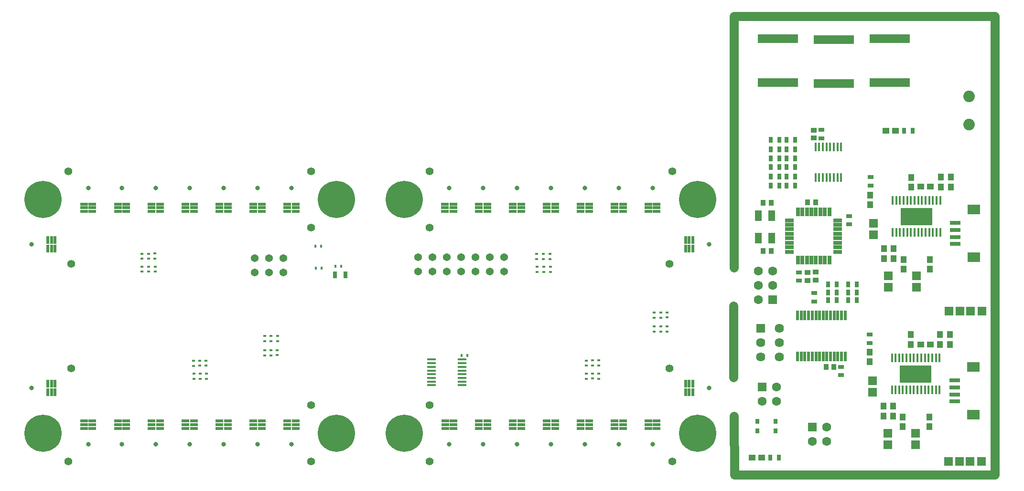
<source format=gts>
G04*
G04 #@! TF.GenerationSoftware,Altium Limited,Altium Designer,18.1.9 (240)*
G04*
G04 Layer_Color=8388736*
%FSLAX44Y44*%
%MOMM*%
G71*
G01*
G75*
%ADD40R,0.4500X0.6000*%
%ADD42R,0.6000X0.4000*%
%ADD43R,0.8000X1.3000*%
%ADD46C,1.6000*%
%ADD81R,0.9016X1.0016*%
%ADD82R,2.3016X1.7016*%
%ADD83R,1.9016X0.8016*%
%ADD84R,1.6016X0.6516*%
%ADD85R,0.6516X1.6016*%
%ADD86R,1.6256X1.6256*%
%ADD87R,0.8016X1.0016*%
%ADD88R,7.1016X1.6016*%
%ADD89R,0.4516X1.5016*%
%ADD90R,1.0016X0.8016*%
%ADD91R,1.1016X1.2016*%
%ADD92R,1.6016X1.5016*%
%ADD93R,1.2016X1.1016*%
%ADD94R,5.6134X3.0988*%
%ADD95R,0.4572X1.5240*%
%ADD96R,1.0016X0.9016*%
%ADD97R,0.8016X0.8516*%
%ADD98R,1.3016X1.9016*%
%ADD99R,0.5334X1.7526*%
%ADD100R,1.5016X0.4516*%
%ADD101R,0.5532X1.4032*%
%ADD102R,1.4032X0.5532*%
%ADD103R,1.6016X1.6016*%
%ADD104C,1.6016*%
%ADD105C,1.6256*%
%ADD106R,1.6256X1.6256*%
%ADD107C,2.0516*%
%ADD108C,0.8016*%
%ADD109C,1.3716*%
%ADD110C,1.4016*%
%ADD111C,6.6016*%
D40*
X801997Y652999D02*
D03*
X791997D02*
D03*
X827504Y618001D02*
D03*
X837504D02*
D03*
X1051003Y459377D02*
D03*
X1061003D02*
D03*
X792497Y613999D02*
D03*
X802497D02*
D03*
D42*
X1414976Y535848D02*
D03*
Y526847D02*
D03*
X1403476Y535593D02*
D03*
Y526593D02*
D03*
X1391976Y535593D02*
D03*
Y526593D02*
D03*
X1414477Y510848D02*
D03*
Y501847D02*
D03*
X1403476Y510593D02*
D03*
Y501593D02*
D03*
X1391976Y510593D02*
D03*
Y501593D02*
D03*
X1293475Y450497D02*
D03*
Y441497D02*
D03*
X1207746Y607528D02*
D03*
Y616528D02*
D03*
X597730Y450261D02*
D03*
Y441260D02*
D03*
X507751Y607998D02*
D03*
Y616998D02*
D03*
X1282493Y450500D02*
D03*
Y441500D02*
D03*
X1196247Y607528D02*
D03*
Y616528D02*
D03*
X586748Y450263D02*
D03*
Y441263D02*
D03*
X496252Y607998D02*
D03*
Y616998D02*
D03*
X1271494Y450250D02*
D03*
Y441250D02*
D03*
X1184499Y607528D02*
D03*
Y616528D02*
D03*
X575749Y450013D02*
D03*
Y441013D02*
D03*
X484504Y607998D02*
D03*
Y616998D02*
D03*
X1293976Y427248D02*
D03*
Y418247D02*
D03*
X1207245Y630778D02*
D03*
Y639778D02*
D03*
X598231Y427010D02*
D03*
Y418010D02*
D03*
X507250Y631248D02*
D03*
Y640248D02*
D03*
X1282994Y427475D02*
D03*
Y418475D02*
D03*
X1195745Y630553D02*
D03*
Y639553D02*
D03*
X587249Y427238D02*
D03*
Y418238D02*
D03*
X495750Y631023D02*
D03*
Y640023D02*
D03*
X1271995Y427250D02*
D03*
Y418250D02*
D03*
X1183997Y630528D02*
D03*
Y639528D02*
D03*
X576250Y427013D02*
D03*
Y418013D02*
D03*
X484002Y630998D02*
D03*
Y639998D02*
D03*
X701456Y459756D02*
D03*
Y468756D02*
D03*
X712956Y459756D02*
D03*
Y468756D02*
D03*
X723956Y460010D02*
D03*
Y469010D02*
D03*
X701455Y484756D02*
D03*
Y493756D02*
D03*
X712955Y484756D02*
D03*
Y493756D02*
D03*
X724455Y485010D02*
D03*
Y494010D02*
D03*
D43*
X845004Y602501D02*
D03*
X826004D02*
D03*
D46*
X1532380Y420370D02*
Y547370D01*
X1995930Y247650D02*
X1534446D01*
X1533176Y351978D01*
X1532896Y615437D02*
X1533650Y1061720D01*
X1995930Y247650D02*
Y1061720D01*
X1533650Y1061720D02*
X1995930Y1061720D01*
D81*
X1677810Y731520D02*
D03*
X1663810D02*
D03*
X1585070Y645160D02*
D03*
X1599070D02*
D03*
Y730250D02*
D03*
X1585070D02*
D03*
X1696283Y439090D02*
D03*
X1710282D02*
D03*
D82*
X1958572Y718090D02*
D03*
Y633590D02*
D03*
X1957302Y438690D02*
D03*
Y354190D02*
D03*
D83*
X1925572Y669590D02*
D03*
Y657090D02*
D03*
Y682090D02*
D03*
Y694590D02*
D03*
X1924302Y390190D02*
D03*
Y377690D02*
D03*
Y402690D02*
D03*
Y415190D02*
D03*
D84*
X1717390Y699335D02*
D03*
Y691335D02*
D03*
Y683335D02*
D03*
Y675335D02*
D03*
Y667335D02*
D03*
Y659335D02*
D03*
Y651335D02*
D03*
Y643335D02*
D03*
X1631390D02*
D03*
Y651335D02*
D03*
Y659335D02*
D03*
Y667335D02*
D03*
Y675335D02*
D03*
Y683335D02*
D03*
Y691335D02*
D03*
Y699335D02*
D03*
D85*
X1702390Y628335D02*
D03*
X1694390D02*
D03*
X1686390D02*
D03*
X1678390D02*
D03*
X1670390D02*
D03*
X1662390D02*
D03*
X1654390D02*
D03*
X1646390D02*
D03*
Y714335D02*
D03*
X1654390D02*
D03*
X1662390D02*
D03*
X1670390D02*
D03*
X1678390D02*
D03*
X1686390D02*
D03*
X1694390D02*
D03*
X1702390D02*
D03*
D86*
X1914650Y538480D02*
D03*
X1913714Y271780D02*
D03*
X1933700Y538480D02*
D03*
X1952750D02*
D03*
X1973070D02*
D03*
X1972134Y271780D02*
D03*
X1951814D02*
D03*
X1932764D02*
D03*
D87*
X1613660Y842010D02*
D03*
X1598660D02*
D03*
X1613661Y825352D02*
D03*
X1598661D02*
D03*
X1613540Y808990D02*
D03*
X1598540D02*
D03*
X1626600Y842010D02*
D03*
X1641600D02*
D03*
X1626601Y825352D02*
D03*
X1641601D02*
D03*
X1626600Y808990D02*
D03*
X1641600D02*
D03*
X1613660Y777240D02*
D03*
X1598660D02*
D03*
X1613661Y793902D02*
D03*
X1598661D02*
D03*
X1598660Y760730D02*
D03*
X1613660D02*
D03*
X1626600Y777240D02*
D03*
X1641600D02*
D03*
X1715140Y557530D02*
D03*
X1700140D02*
D03*
X1735700Y557530D02*
D03*
X1750700D02*
D03*
X1736011Y571500D02*
D03*
X1751011D02*
D03*
X1735700Y585470D02*
D03*
X1750700D02*
D03*
X1626600Y760730D02*
D03*
X1641600D02*
D03*
X1597448Y278130D02*
D03*
X1612448D02*
D03*
X1626600Y793750D02*
D03*
X1641600D02*
D03*
X1715140Y585470D02*
D03*
X1700140D02*
D03*
X1715140Y571500D02*
D03*
X1700140D02*
D03*
X1850094Y858444D02*
D03*
X1835094D02*
D03*
D88*
X1611030Y943270D02*
D03*
Y1021270D02*
D03*
X1809150Y943270D02*
D03*
Y1021270D02*
D03*
X1710090Y942000D02*
D03*
Y1020000D02*
D03*
D89*
X1723283Y829190D02*
D03*
X1716783D02*
D03*
X1710282D02*
D03*
X1703783D02*
D03*
X1697283D02*
D03*
X1690782D02*
D03*
X1684283D02*
D03*
X1677782D02*
D03*
X1723283Y775190D02*
D03*
X1716783D02*
D03*
X1710282D02*
D03*
X1703783D02*
D03*
X1697283D02*
D03*
X1690782D02*
D03*
X1684283D02*
D03*
X1677782D02*
D03*
D90*
X1736895Y691762D02*
D03*
Y706762D02*
D03*
X1688590Y844670D02*
D03*
Y859670D02*
D03*
X1775284Y760850D02*
D03*
Y775850D02*
D03*
X1774014Y481450D02*
D03*
Y496450D02*
D03*
X1675890Y570110D02*
D03*
Y555110D02*
D03*
X1647995Y607082D02*
D03*
Y592082D02*
D03*
X1723283Y424300D02*
D03*
Y439300D02*
D03*
D91*
X1833824Y629920D02*
D03*
Y612920D02*
D03*
X1899744Y758580D02*
D03*
Y775580D02*
D03*
X1880694Y629920D02*
D03*
Y612920D02*
D03*
X1799414Y631580D02*
D03*
Y648580D02*
D03*
X1816124Y631580D02*
D03*
Y648580D02*
D03*
X1847674Y775190D02*
D03*
Y758190D02*
D03*
X1917524Y775580D02*
D03*
Y758580D02*
D03*
X1774950Y743873D02*
D03*
Y726872D02*
D03*
X1773680Y465446D02*
D03*
Y448446D02*
D03*
X1916254Y496180D02*
D03*
Y479180D02*
D03*
X1846850Y496180D02*
D03*
Y479180D02*
D03*
X1832554Y333520D02*
D03*
Y350520D02*
D03*
X1798144Y369180D02*
D03*
Y352180D02*
D03*
X1814854Y369180D02*
D03*
Y352180D02*
D03*
X1898561Y496180D02*
D03*
Y479180D02*
D03*
X1879424Y333520D02*
D03*
Y350520D02*
D03*
D92*
X1780364Y673647D02*
D03*
Y693647D02*
D03*
X1807034Y580550D02*
D03*
Y600550D02*
D03*
X1856564Y580550D02*
D03*
Y600550D02*
D03*
X1779094Y414247D02*
D03*
Y394247D02*
D03*
X1805764Y321150D02*
D03*
Y301150D02*
D03*
X1855294Y321150D02*
D03*
Y301150D02*
D03*
D93*
X1864320Y759460D02*
D03*
X1881320D02*
D03*
X1864451Y479187D02*
D03*
X1881451D02*
D03*
X1582790Y278130D02*
D03*
X1565790D02*
D03*
X1802344Y858520D02*
D03*
X1819344D02*
D03*
D94*
X1856564Y706120D02*
D03*
X1855294Y426720D02*
D03*
D95*
X1814400Y734568D02*
D03*
X1820750D02*
D03*
X1827354D02*
D03*
X1833704D02*
D03*
X1840308D02*
D03*
X1846912D02*
D03*
X1853262D02*
D03*
X1859866D02*
D03*
X1866216D02*
D03*
X1872820D02*
D03*
X1879424D02*
D03*
X1885774D02*
D03*
X1892378D02*
D03*
X1898728D02*
D03*
Y677672D02*
D03*
X1892378D02*
D03*
X1885774D02*
D03*
X1879424D02*
D03*
X1872820D02*
D03*
X1866216D02*
D03*
X1859866D02*
D03*
X1853262D02*
D03*
X1846912D02*
D03*
X1840308D02*
D03*
X1833704D02*
D03*
X1827354D02*
D03*
X1820750D02*
D03*
X1814400D02*
D03*
X1813130Y398272D02*
D03*
X1819480D02*
D03*
X1826084D02*
D03*
X1832434D02*
D03*
X1839038D02*
D03*
X1845642D02*
D03*
X1851992D02*
D03*
X1858596D02*
D03*
X1864946D02*
D03*
X1871550D02*
D03*
X1878154D02*
D03*
X1884504D02*
D03*
X1891108D02*
D03*
X1897458D02*
D03*
Y455168D02*
D03*
X1891108D02*
D03*
X1884504D02*
D03*
X1878154D02*
D03*
X1871550D02*
D03*
X1864946D02*
D03*
X1858596D02*
D03*
X1851992D02*
D03*
X1845642D02*
D03*
X1839038D02*
D03*
X1832434D02*
D03*
X1826084D02*
D03*
X1819480D02*
D03*
X1813130D02*
D03*
D96*
X1663235Y592582D02*
D03*
Y606582D02*
D03*
X1678390Y607202D02*
D03*
Y593202D02*
D03*
X1674620Y845170D02*
D03*
Y859170D02*
D03*
D97*
X1574800Y325760D02*
D03*
X1606800D02*
D03*
Y342260D02*
D03*
X1574800D02*
D03*
D98*
X1576305Y707832D02*
D03*
Y667832D02*
D03*
X1600305D02*
D03*
Y707832D02*
D03*
D99*
X1645975Y530352D02*
D03*
X1652325D02*
D03*
X1658929D02*
D03*
X1665279D02*
D03*
X1671883D02*
D03*
X1678487D02*
D03*
X1684837D02*
D03*
X1691441D02*
D03*
X1697791D02*
D03*
X1704395D02*
D03*
X1710999D02*
D03*
X1717349D02*
D03*
X1723953D02*
D03*
X1730303D02*
D03*
Y457708D02*
D03*
X1723953D02*
D03*
X1717349D02*
D03*
X1710999D02*
D03*
X1704395D02*
D03*
X1697791D02*
D03*
X1691441D02*
D03*
X1684837D02*
D03*
X1678487D02*
D03*
X1671883D02*
D03*
X1665279D02*
D03*
X1658929D02*
D03*
X1652325D02*
D03*
X1645975D02*
D03*
D100*
X1051468Y406660D02*
D03*
Y413160D02*
D03*
Y419660D02*
D03*
Y426160D02*
D03*
Y432660D02*
D03*
Y439160D02*
D03*
Y445660D02*
D03*
Y452160D02*
D03*
X997468Y406660D02*
D03*
Y413160D02*
D03*
Y419660D02*
D03*
Y426160D02*
D03*
Y432660D02*
D03*
Y439160D02*
D03*
Y445660D02*
D03*
Y452160D02*
D03*
D101*
X330500Y664000D02*
D03*
X324000D02*
D03*
X317500D02*
D03*
X330500Y649000D02*
D03*
X324000D02*
D03*
X317500D02*
D03*
X1460500Y409000D02*
D03*
X1454000D02*
D03*
X1447500D02*
D03*
X1460500Y394000D02*
D03*
X1454000D02*
D03*
X1447500D02*
D03*
X317500Y394000D02*
D03*
X324000D02*
D03*
X330500D02*
D03*
X317500Y409000D02*
D03*
X324000D02*
D03*
X330500D02*
D03*
X1447497Y648993D02*
D03*
X1453997D02*
D03*
X1460497D02*
D03*
X1447497Y663993D02*
D03*
X1453997D02*
D03*
X1460497D02*
D03*
D102*
X756500Y330003D02*
D03*
Y336503D02*
D03*
Y343003D02*
D03*
X741500Y330003D02*
D03*
Y336503D02*
D03*
Y343003D02*
D03*
X1036420Y714997D02*
D03*
Y721497D02*
D03*
Y727997D02*
D03*
X1021420Y714997D02*
D03*
Y721497D02*
D03*
Y727997D02*
D03*
X396500Y715000D02*
D03*
Y721500D02*
D03*
Y728000D02*
D03*
X381500Y715000D02*
D03*
Y721500D02*
D03*
Y728000D02*
D03*
X696500Y330003D02*
D03*
Y336503D02*
D03*
Y343003D02*
D03*
X681500Y330003D02*
D03*
Y336503D02*
D03*
Y343003D02*
D03*
X1096420Y714997D02*
D03*
Y721497D02*
D03*
Y727997D02*
D03*
X1081420Y714997D02*
D03*
Y721497D02*
D03*
Y727997D02*
D03*
X1396500Y330000D02*
D03*
Y336500D02*
D03*
Y343000D02*
D03*
X1381500Y330000D02*
D03*
Y336500D02*
D03*
Y343000D02*
D03*
X456500Y715000D02*
D03*
Y721500D02*
D03*
Y728000D02*
D03*
X441500Y715000D02*
D03*
Y721500D02*
D03*
Y728000D02*
D03*
X636500Y330003D02*
D03*
Y336503D02*
D03*
Y343003D02*
D03*
X621500Y330003D02*
D03*
Y336503D02*
D03*
Y343003D02*
D03*
X1156420Y714997D02*
D03*
Y721497D02*
D03*
Y727997D02*
D03*
X1141420Y714997D02*
D03*
Y721497D02*
D03*
Y727997D02*
D03*
X1336500Y330000D02*
D03*
Y336500D02*
D03*
Y343000D02*
D03*
X1321500Y330000D02*
D03*
Y336500D02*
D03*
Y343000D02*
D03*
X516500Y715000D02*
D03*
Y721500D02*
D03*
Y728000D02*
D03*
X501500Y715000D02*
D03*
Y721500D02*
D03*
Y728000D02*
D03*
X576500Y330003D02*
D03*
Y336503D02*
D03*
Y343003D02*
D03*
X561500Y330003D02*
D03*
Y336503D02*
D03*
Y343003D02*
D03*
X1216420Y714997D02*
D03*
Y721497D02*
D03*
Y727997D02*
D03*
X1201420Y714997D02*
D03*
Y721497D02*
D03*
Y727997D02*
D03*
X1276500Y330000D02*
D03*
Y336500D02*
D03*
Y343000D02*
D03*
X1261500Y330000D02*
D03*
Y336500D02*
D03*
Y343000D02*
D03*
X576500Y715000D02*
D03*
Y721500D02*
D03*
Y728000D02*
D03*
X561500Y715000D02*
D03*
Y721500D02*
D03*
Y728000D02*
D03*
X516500Y330003D02*
D03*
Y336503D02*
D03*
Y343003D02*
D03*
X501500Y330003D02*
D03*
Y336503D02*
D03*
Y343003D02*
D03*
X1276420Y714997D02*
D03*
Y721497D02*
D03*
Y727997D02*
D03*
X1261420Y714997D02*
D03*
Y721497D02*
D03*
Y727997D02*
D03*
X1216500Y330000D02*
D03*
Y336500D02*
D03*
Y343000D02*
D03*
X1201500Y330000D02*
D03*
Y336500D02*
D03*
Y343000D02*
D03*
X636500Y715000D02*
D03*
Y721500D02*
D03*
Y728000D02*
D03*
X621500Y715000D02*
D03*
Y721500D02*
D03*
Y728000D02*
D03*
X456500Y330003D02*
D03*
Y336503D02*
D03*
Y343003D02*
D03*
X441500Y330003D02*
D03*
Y336503D02*
D03*
Y343003D02*
D03*
X1336420Y714997D02*
D03*
Y721497D02*
D03*
Y727997D02*
D03*
X1321420Y714997D02*
D03*
Y721497D02*
D03*
Y727997D02*
D03*
X1156500Y330000D02*
D03*
Y336500D02*
D03*
Y343000D02*
D03*
X1141500Y330000D02*
D03*
Y336500D02*
D03*
Y343000D02*
D03*
X696500Y715000D02*
D03*
Y721500D02*
D03*
Y728000D02*
D03*
X681500Y715000D02*
D03*
Y721500D02*
D03*
Y728000D02*
D03*
X396500Y330003D02*
D03*
Y336503D02*
D03*
Y343003D02*
D03*
X381500Y330003D02*
D03*
Y336503D02*
D03*
Y343003D02*
D03*
X1396420Y714997D02*
D03*
Y721497D02*
D03*
Y727997D02*
D03*
X1381420Y714997D02*
D03*
Y721497D02*
D03*
Y727997D02*
D03*
X1096500Y330000D02*
D03*
Y336500D02*
D03*
Y343000D02*
D03*
X1081500Y330000D02*
D03*
Y336500D02*
D03*
Y343000D02*
D03*
X756500Y715000D02*
D03*
Y721500D02*
D03*
Y728000D02*
D03*
X741500Y715000D02*
D03*
Y721500D02*
D03*
Y728000D02*
D03*
X1036500Y330000D02*
D03*
Y336500D02*
D03*
Y343000D02*
D03*
X1021500Y330000D02*
D03*
Y336500D02*
D03*
Y343000D02*
D03*
D103*
X1602230Y558802D02*
D03*
X1583180Y403860D02*
D03*
X1672080Y332740D02*
D03*
D104*
X1576830Y558802D02*
D03*
X1602230Y584202D02*
D03*
X1576830D02*
D03*
X1602230Y609603D02*
D03*
X1576830D02*
D03*
X1608580Y403860D02*
D03*
X1583180Y378460D02*
D03*
X1608580D02*
D03*
X1697480Y307340D02*
D03*
X1672080D02*
D03*
X1697480Y332740D02*
D03*
D105*
X1613660Y457200D02*
D03*
Y482600D02*
D03*
Y508000D02*
D03*
X1580640Y457200D02*
D03*
Y482600D02*
D03*
D106*
Y508000D02*
D03*
D107*
X1950210Y869080D02*
D03*
Y919080D02*
D03*
D108*
X289000Y656500D02*
D03*
X749000Y301503D02*
D03*
X1028920Y756497D02*
D03*
X1489000Y401500D02*
D03*
X389000Y756500D02*
D03*
X689000Y301503D02*
D03*
X1088920Y756497D02*
D03*
X1389000Y301500D02*
D03*
X449000Y756500D02*
D03*
X629000Y301503D02*
D03*
X1148920Y756497D02*
D03*
X1329000Y301500D02*
D03*
X509000Y756500D02*
D03*
X569000Y301503D02*
D03*
X1208920Y756497D02*
D03*
X1269000Y301500D02*
D03*
X569000Y756500D02*
D03*
X509000Y301503D02*
D03*
X1268920Y756497D02*
D03*
X1209000Y301500D02*
D03*
X629000Y756500D02*
D03*
X449000Y301503D02*
D03*
X1328920Y756497D02*
D03*
X1149000Y301500D02*
D03*
X689000Y756500D02*
D03*
X389000Y301503D02*
D03*
X1388920Y756497D02*
D03*
X1089000Y301500D02*
D03*
X749000Y756500D02*
D03*
X289000Y401500D02*
D03*
X1488997Y656493D02*
D03*
X1029000Y301500D02*
D03*
D109*
X683815Y631697D02*
D03*
Y606297D02*
D03*
X709215Y631697D02*
D03*
Y606297D02*
D03*
X734615Y631697D02*
D03*
Y606297D02*
D03*
X1126330Y608297D02*
D03*
Y633697D02*
D03*
X1100930D02*
D03*
Y608297D02*
D03*
X1075530Y633697D02*
D03*
Y608297D02*
D03*
X1050130Y633697D02*
D03*
Y608297D02*
D03*
X973930D02*
D03*
Y633697D02*
D03*
X999330Y608297D02*
D03*
Y633697D02*
D03*
X1024730Y608297D02*
D03*
Y633697D02*
D03*
D110*
X1419000Y436500D02*
D03*
X1424000Y271500D02*
D03*
X994000D02*
D03*
X994000Y371500D02*
D03*
X1419000Y621500D02*
D03*
X1424000Y786500D02*
D03*
X994000Y686500D02*
D03*
Y786500D02*
D03*
X784000Y686500D02*
D03*
Y786500D02*
D03*
X354000D02*
D03*
X359000Y621500D02*
D03*
X359000Y436500D02*
D03*
X354000Y271500D02*
D03*
X784000Y371500D02*
D03*
Y271500D02*
D03*
D111*
X1469000Y321500D02*
D03*
Y736500D02*
D03*
X949000Y321500D02*
D03*
Y736500D02*
D03*
X829000Y321500D02*
D03*
Y736500D02*
D03*
X309000D02*
D03*
Y321500D02*
D03*
M02*

</source>
